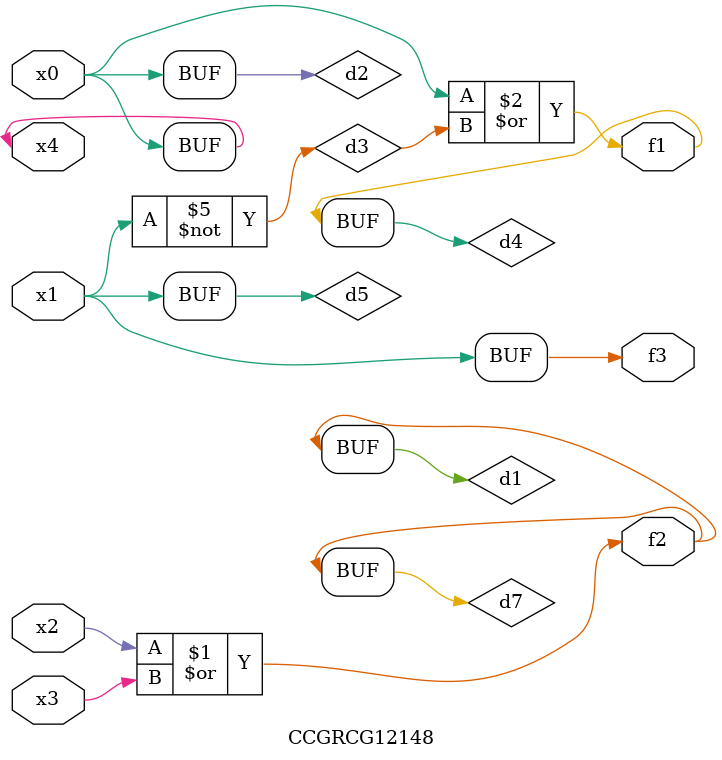
<source format=v>
module CCGRCG12148(
	input x0, x1, x2, x3, x4,
	output f1, f2, f3
);

	wire d1, d2, d3, d4, d5, d6, d7;

	or (d1, x2, x3);
	buf (d2, x0, x4);
	not (d3, x1);
	or (d4, d2, d3);
	not (d5, d3);
	nand (d6, d1, d3);
	or (d7, d1);
	assign f1 = d4;
	assign f2 = d7;
	assign f3 = d5;
endmodule

</source>
